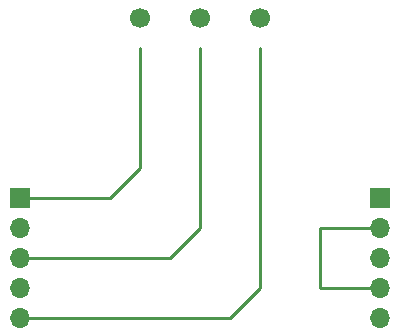
<source format=gbl>
%TF.GenerationSoftware,KiCad,Pcbnew,7.0.2*%
%TF.CreationDate,2023-06-02T21:02:53+10:00*%
%TF.ProjectId,potentiometer-carrier-board,706f7465-6e74-4696-9f6d-657465722d63,rev?*%
%TF.SameCoordinates,Original*%
%TF.FileFunction,Copper,L2,Bot*%
%TF.FilePolarity,Positive*%
%FSLAX46Y46*%
G04 Gerber Fmt 4.6, Leading zero omitted, Abs format (unit mm)*
G04 Created by KiCad (PCBNEW 7.0.2) date 2023-06-02 21:02:53*
%MOMM*%
%LPD*%
G01*
G04 APERTURE LIST*
%TA.AperFunction,ComponentPad*%
%ADD10R,1.700000X1.700000*%
%TD*%
%TA.AperFunction,ComponentPad*%
%ADD11O,1.700000X1.700000*%
%TD*%
%TA.AperFunction,ComponentPad*%
%ADD12C,1.700000*%
%TD*%
%TA.AperFunction,Conductor*%
%ADD13C,0.250000*%
%TD*%
G04 APERTURE END LIST*
D10*
%TO.P,J1,1,Pin_1*%
%TO.N,Net-(J1-Pin_1)*%
X48260000Y-63500000D03*
D11*
%TO.P,J1,2,Pin_2*%
%TO.N,Net-(J1-Pin_2)*%
X48260000Y-66040000D03*
%TO.P,J1,3,Pin_3*%
%TO.N,Net-(J1-Pin_3)*%
X48260000Y-68580000D03*
%TO.P,J1,4,Pin_4*%
%TO.N,Net-(J1-Pin_2)*%
X48260000Y-71120000D03*
%TO.P,J1,5,Pin_5*%
%TO.N,Net-(J1-Pin_5)*%
X48260000Y-73660000D03*
%TD*%
D10*
%TO.P,J2,1,Pin_1*%
%TO.N,Net-(J1-Pin_1)*%
X78740000Y-63500000D03*
D11*
%TO.P,J2,2,Pin_2*%
%TO.N,Net-(J1-Pin_2)*%
X78740000Y-66040000D03*
%TO.P,J2,3,Pin_3*%
%TO.N,Net-(J1-Pin_3)*%
X78740000Y-68580000D03*
%TO.P,J2,4,Pin_4*%
%TO.N,Net-(J1-Pin_2)*%
X78740000Y-71120000D03*
%TO.P,J2,5,Pin_5*%
%TO.N,Net-(J1-Pin_5)*%
X78740000Y-73660000D03*
%TD*%
D12*
%TO.P,J3,1,Pin_1*%
%TO.N,Net-(J1-Pin_1)*%
X58420000Y-48260000D03*
%TO.P,J3,2,Pin_2*%
%TO.N,Net-(J1-Pin_3)*%
X63500000Y-48260000D03*
%TO.P,J3,3,Pin_3*%
%TO.N,Net-(J1-Pin_5)*%
X68580000Y-48260000D03*
%TD*%
D13*
%TO.N,Net-(J1-Pin_1)*%
X58420000Y-60960000D02*
X58420000Y-50800000D01*
X48260000Y-63500000D02*
X55880000Y-63500000D01*
X55880000Y-63500000D02*
X58420000Y-60960000D01*
%TO.N,Net-(J1-Pin_2)*%
X73660000Y-71120000D02*
X78740000Y-71120000D01*
X73660000Y-66040000D02*
X73660000Y-71120000D01*
X78740000Y-66040000D02*
X73660000Y-66040000D01*
%TO.N,Net-(J1-Pin_3)*%
X60960000Y-68580000D02*
X63500000Y-66040000D01*
X63500000Y-66040000D02*
X63500000Y-50800000D01*
X48260000Y-68580000D02*
X60960000Y-68580000D01*
%TO.N,Net-(J1-Pin_5)*%
X66040000Y-73660000D02*
X68580000Y-71120000D01*
X68580000Y-71120000D02*
X68580000Y-50800000D01*
X48260000Y-73660000D02*
X66040000Y-73660000D01*
%TD*%
M02*

</source>
